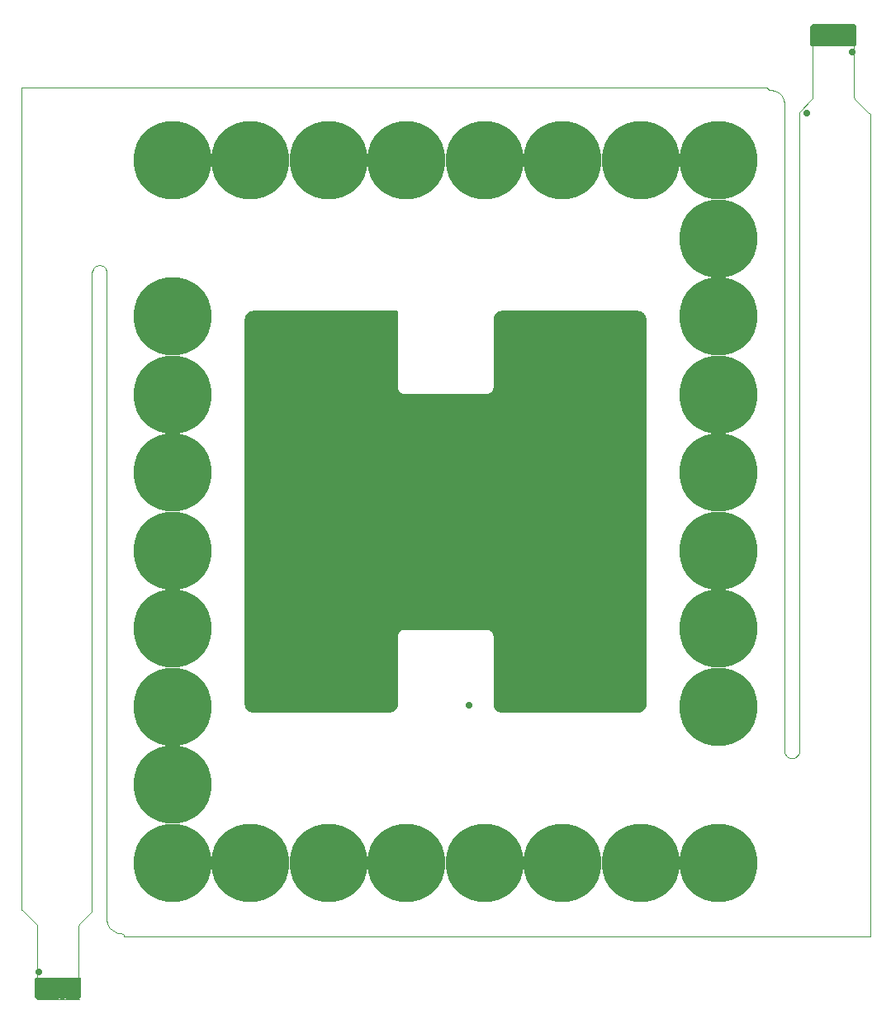
<source format=gbr>
%TF.GenerationSoftware,Altium Limited,Altium Designer,23.9.2 (47)*%
G04 Layer_Color=9597184*
%FSLAX45Y45*%
%MOMM*%
%TF.SameCoordinates,9F32D3C1-515D-4E76-A5FB-46C0C9FD6927*%
%TF.FilePolarity,Positive*%
%TF.FileFunction,Coverlay,Board_Layer_Stack_Bottom_Coverlay_(Board_Layer_Stack)*%
%TF.Part,Single*%
G01*
G75*
%TA.AperFunction,ComponentPad*%
%ADD67C,8.00000*%
%TA.AperFunction,ViaPad*%
%ADD68C,0.70000*%
%ADD69C,0.70320*%
%TA.AperFunction,Profile*%
%ADD70C,0.02540*%
G36*
X4191308Y4994936D02*
X4192594Y4994680D01*
X4193835Y4994259D01*
X4195011Y4993679D01*
X4196101Y4992951D01*
X4197086Y4992086D01*
X4207086Y4982086D01*
X4207951Y4981101D01*
X4208679Y4980011D01*
X4209259Y4978835D01*
X4209680Y4977594D01*
X4209936Y4976308D01*
X4210022Y4975000D01*
Y4785000D01*
X4209936Y4783692D01*
X4209680Y4782406D01*
X4209259Y4781165D01*
X4208679Y4779989D01*
X4207951Y4778900D01*
X4207086Y4777914D01*
X4206101Y4777050D01*
X4205011Y4776321D01*
X4203835Y4775742D01*
X4202594Y4775320D01*
X4201308Y4775065D01*
X4200000Y4774979D01*
X4170000D01*
X4168692Y4775065D01*
X4167406Y4775320D01*
X4166165Y4775742D01*
X4165000Y4776316D01*
X4163835Y4775742D01*
X4162594Y4775320D01*
X4161308Y4775065D01*
X4160000Y4774979D01*
X4150000D01*
X4148692Y4775065D01*
X4147406Y4775320D01*
X4146165Y4775742D01*
X4145000Y4776316D01*
X4143835Y4775742D01*
X4142594Y4775320D01*
X4141308Y4775065D01*
X4140000Y4774979D01*
X4110000D01*
X4108692Y4775065D01*
X4107407Y4775320D01*
X4106166Y4775742D01*
X4105000Y4776316D01*
X4103835Y4775742D01*
X4102594Y4775320D01*
X4101309Y4775065D01*
X4100000Y4774979D01*
X4090000D01*
X4088692Y4775065D01*
X4087407Y4775320D01*
X4086165Y4775742D01*
X4085000Y4776316D01*
X4083835Y4775742D01*
X4082594Y4775320D01*
X4081308Y4775065D01*
X4080000Y4774979D01*
X4050000D01*
X4048692Y4775065D01*
X4047407Y4775320D01*
X4046165Y4775742D01*
X4045000Y4776316D01*
X4043835Y4775742D01*
X4042594Y4775320D01*
X4041308Y4775065D01*
X4040000Y4774979D01*
X4030000D01*
X4028692Y4775065D01*
X4027406Y4775320D01*
X4026165Y4775742D01*
X4025000Y4776316D01*
X4023835Y4775742D01*
X4022594Y4775320D01*
X4021308Y4775065D01*
X4020000Y4774979D01*
X3990000D01*
X3988692Y4775065D01*
X3987407Y4775320D01*
X3986166Y4775742D01*
X3985000Y4776316D01*
X3983835Y4775742D01*
X3982594Y4775320D01*
X3981309Y4775065D01*
X3980000Y4774979D01*
X3970000D01*
X3968692Y4775065D01*
X3967407Y4775320D01*
X3966165Y4775742D01*
X3965000Y4776316D01*
X3963835Y4775742D01*
X3962594Y4775320D01*
X3961308Y4775065D01*
X3960000Y4774979D01*
X3930000D01*
X3928692Y4775065D01*
X3927407Y4775320D01*
X3926165Y4775742D01*
X3925000Y4776316D01*
X3923835Y4775742D01*
X3922594Y4775320D01*
X3921308Y4775065D01*
X3920000Y4774979D01*
X3910000D01*
X3908692Y4775065D01*
X3907406Y4775320D01*
X3906165Y4775742D01*
X3905000Y4776316D01*
X3903835Y4775742D01*
X3902594Y4775320D01*
X3901308Y4775065D01*
X3900000Y4774979D01*
X3870000D01*
X3868692Y4775065D01*
X3867407Y4775320D01*
X3866165Y4775742D01*
X3865000Y4776316D01*
X3863835Y4775742D01*
X3862594Y4775320D01*
X3861309Y4775065D01*
X3860000Y4774979D01*
X3850000D01*
X3848692Y4775065D01*
X3847407Y4775320D01*
X3846165Y4775742D01*
X3845000Y4776316D01*
X3843835Y4775742D01*
X3842594Y4775320D01*
X3841308Y4775065D01*
X3840000Y4774979D01*
X3810000D01*
X3808692Y4775065D01*
X3807407Y4775320D01*
X3806165Y4775742D01*
X3805000Y4776316D01*
X3803835Y4775742D01*
X3802594Y4775320D01*
X3801308Y4775065D01*
X3800000Y4774979D01*
X3790000D01*
X3788692Y4775065D01*
X3787406Y4775320D01*
X3786165Y4775742D01*
X3785000Y4776316D01*
X3783835Y4775742D01*
X3782594Y4775320D01*
X3781308Y4775065D01*
X3780000Y4774979D01*
X3750000D01*
X3748692Y4775065D01*
X3747407Y4775320D01*
X3746165Y4775742D01*
X3744989Y4776321D01*
X3743900Y4777050D01*
X3742914Y4777914D01*
X3742050Y4778900D01*
X3741321Y4779989D01*
X3740742Y4781165D01*
X3740320Y4782406D01*
X3740065Y4783692D01*
X3739979Y4785000D01*
Y4975000D01*
X3740065Y4976308D01*
X3740320Y4977594D01*
X3740742Y4978835D01*
X3741321Y4980011D01*
X3742050Y4981101D01*
X3742914Y4982086D01*
X3752912Y4992084D01*
X3752914Y4992086D01*
X3753900Y4992951D01*
X3754989Y4993679D01*
X3756165Y4994259D01*
X3757407Y4994680D01*
X3758692Y4994936D01*
X3760000Y4995022D01*
X3770000D01*
X3771308Y4994936D01*
X3772594Y4994680D01*
X3773835Y4994259D01*
X3775011Y4993679D01*
X3776101Y4992951D01*
X3777086Y4992086D01*
X3780639Y4988533D01*
X3780741Y4988835D01*
X3781321Y4990011D01*
X3782050Y4991101D01*
X3782914Y4992086D01*
X3783899Y4992951D01*
X3784989Y4993679D01*
X3786165Y4994259D01*
X3787406Y4994680D01*
X3788692Y4994936D01*
X3790000Y4995022D01*
X3800000D01*
X3801308Y4994936D01*
X3802594Y4994680D01*
X3803835Y4994259D01*
X3805011Y4993679D01*
X3806101Y4992951D01*
X3807086Y4992086D01*
X3807951Y4991101D01*
X3808679Y4990011D01*
X3809259Y4988835D01*
X3809361Y4988533D01*
X3812914Y4992086D01*
X3813900Y4992951D01*
X3814990Y4993679D01*
X3816165Y4994259D01*
X3817407Y4994680D01*
X3818692Y4994936D01*
X3820000Y4995022D01*
X3830000D01*
X3831308Y4994936D01*
X3832594Y4994680D01*
X3833835Y4994259D01*
X3835011Y4993679D01*
X3836101Y4992951D01*
X3837086Y4992086D01*
X3840639Y4988533D01*
X3840742Y4988835D01*
X3841322Y4990011D01*
X3842050Y4991101D01*
X3842914Y4992086D01*
X3843900Y4992951D01*
X3844990Y4993679D01*
X3846165Y4994259D01*
X3847407Y4994680D01*
X3848692Y4994936D01*
X3850000Y4995022D01*
X3860000D01*
X3861309Y4994936D01*
X3862594Y4994680D01*
X3863835Y4994259D01*
X3865011Y4993679D01*
X3866101Y4992951D01*
X3867086Y4992086D01*
X3867951Y4991101D01*
X3868679Y4990011D01*
X3869259Y4988835D01*
X3869361Y4988533D01*
X3872914Y4992086D01*
X3873900Y4992951D01*
X3874990Y4993679D01*
X3876165Y4994259D01*
X3877407Y4994680D01*
X3878692Y4994936D01*
X3880000Y4995022D01*
X3890000D01*
X3891308Y4994936D01*
X3892594Y4994680D01*
X3893835Y4994259D01*
X3895011Y4993679D01*
X3896101Y4992951D01*
X3897086Y4992086D01*
X3900639Y4988534D01*
X3900741Y4988835D01*
X3901321Y4990011D01*
X3902050Y4991101D01*
X3902914Y4992086D01*
X3903899Y4992951D01*
X3904989Y4993679D01*
X3906165Y4994259D01*
X3907406Y4994680D01*
X3908692Y4994936D01*
X3910000Y4995022D01*
X3920000D01*
X3921308Y4994936D01*
X3922594Y4994680D01*
X3923835Y4994259D01*
X3925011Y4993679D01*
X3926101Y4992951D01*
X3927086Y4992086D01*
X3927951Y4991101D01*
X3928679Y4990011D01*
X3929259Y4988835D01*
X3929361Y4988533D01*
X3932914Y4992086D01*
X3933900Y4992951D01*
X3934990Y4993679D01*
X3936165Y4994259D01*
X3937407Y4994680D01*
X3938692Y4994936D01*
X3940000Y4995022D01*
X3950000D01*
X3951308Y4994936D01*
X3952594Y4994680D01*
X3953835Y4994259D01*
X3955011Y4993679D01*
X3956101Y4992951D01*
X3957086Y4992086D01*
X3960639Y4988533D01*
X3960742Y4988835D01*
X3961322Y4990011D01*
X3962050Y4991101D01*
X3962914Y4992086D01*
X3963900Y4992951D01*
X3964990Y4993679D01*
X3966165Y4994259D01*
X3967407Y4994680D01*
X3968692Y4994936D01*
X3970000Y4995022D01*
X3980000D01*
X3981309Y4994936D01*
X3982594Y4994680D01*
X3983835Y4994259D01*
X3985011Y4993679D01*
X3986101Y4992951D01*
X3987087Y4992086D01*
X3987951Y4991101D01*
X3988679Y4990011D01*
X3989259Y4988835D01*
X3989361Y4988533D01*
X3992914Y4992086D01*
X3993900Y4992951D01*
X3994990Y4993679D01*
X3996165Y4994259D01*
X3997407Y4994680D01*
X3998692Y4994936D01*
X4000000Y4995022D01*
X4010000D01*
X4011308Y4994936D01*
X4012594Y4994680D01*
X4013836Y4994259D01*
X4015011Y4993679D01*
X4016101Y4992951D01*
X4017086Y4992086D01*
X4020639Y4988534D01*
X4020742Y4988835D01*
X4021321Y4990011D01*
X4022050Y4991101D01*
X4022914Y4992086D01*
X4023899Y4992951D01*
X4024989Y4993679D01*
X4026165Y4994259D01*
X4027406Y4994680D01*
X4028692Y4994936D01*
X4030000Y4995022D01*
X4040000D01*
X4041308Y4994936D01*
X4042594Y4994680D01*
X4043835Y4994259D01*
X4045011Y4993679D01*
X4046101Y4992951D01*
X4047086Y4992086D01*
X4047951Y4991101D01*
X4048679Y4990011D01*
X4049259Y4988835D01*
X4049361Y4988533D01*
X4052914Y4992086D01*
X4053900Y4992951D01*
X4054990Y4993679D01*
X4056165Y4994259D01*
X4057407Y4994680D01*
X4058692Y4994936D01*
X4060000Y4995022D01*
X4070000D01*
X4071308Y4994936D01*
X4072594Y4994680D01*
X4073835Y4994259D01*
X4075011Y4993679D01*
X4076101Y4992951D01*
X4077086Y4992086D01*
X4080639Y4988533D01*
X4080742Y4988835D01*
X4081322Y4990011D01*
X4082050Y4991101D01*
X4082914Y4992086D01*
X4083900Y4992951D01*
X4084990Y4993679D01*
X4086165Y4994259D01*
X4087407Y4994680D01*
X4088692Y4994936D01*
X4090000Y4995022D01*
X4100000D01*
X4101309Y4994936D01*
X4102594Y4994680D01*
X4103835Y4994259D01*
X4105011Y4993679D01*
X4106101Y4992951D01*
X4107087Y4992086D01*
X4107951Y4991101D01*
X4108679Y4990011D01*
X4109259Y4988835D01*
X4109361Y4988533D01*
X4112914Y4992086D01*
X4113900Y4992951D01*
X4114990Y4993679D01*
X4116165Y4994259D01*
X4117407Y4994680D01*
X4118692Y4994936D01*
X4120000Y4995022D01*
X4130000D01*
X4131308Y4994936D01*
X4132594Y4994680D01*
X4133836Y4994259D01*
X4135011Y4993679D01*
X4136101Y4992951D01*
X4137086Y4992086D01*
X4140639Y4988534D01*
X4140742Y4988835D01*
X4141321Y4990011D01*
X4142050Y4991101D01*
X4142914Y4992086D01*
X4143900Y4992951D01*
X4144989Y4993679D01*
X4146165Y4994259D01*
X4147406Y4994680D01*
X4148692Y4994936D01*
X4150000Y4995022D01*
X4160000D01*
X4161308Y4994936D01*
X4162594Y4994680D01*
X4163835Y4994259D01*
X4165011Y4993679D01*
X4166101Y4992951D01*
X4167086Y4992086D01*
X4167951Y4991101D01*
X4168679Y4990011D01*
X4169259Y4988835D01*
X4169361Y4988533D01*
X4172914Y4992086D01*
X4173900Y4992951D01*
X4174989Y4993679D01*
X4176165Y4994259D01*
X4177407Y4994680D01*
X4178692Y4994936D01*
X4180000Y4995022D01*
X4190000D01*
X4191308Y4994936D01*
D02*
G37*
G36*
X1977729Y2059935D02*
X1987962Y2058588D01*
X1988474Y2058486D01*
X1989248Y2058332D01*
X1999218Y2055661D01*
X1999830Y2055453D01*
X2000460Y2055240D01*
X2009995Y2051290D01*
X2011171Y2050710D01*
X2020110Y2045549D01*
X2020838Y2045062D01*
X2021200Y2044821D01*
X2029389Y2038537D01*
X2030374Y2037673D01*
X2037673Y2030374D01*
X2038537Y2029389D01*
X2044821Y2021200D01*
X2045549Y2020110D01*
X2050710Y2011171D01*
X2051290Y2009995D01*
X2055240Y2000460D01*
X2055383Y2000038D01*
X2055661Y1999218D01*
X2058332Y1989248D01*
X2058503Y1988389D01*
X2058588Y1987962D01*
X2059935Y1977729D01*
X2060021Y1976421D01*
Y1971260D01*
Y-1971260D01*
Y-1976421D01*
D01*
Y-1976421D01*
X2059935Y-1977729D01*
X2058588Y-1987962D01*
X2058486Y-1988474D01*
X2058332Y-1989248D01*
X2055661Y-1999218D01*
X2055453Y-1999830D01*
X2055240Y-2000460D01*
X2051290Y-2009995D01*
X2050710Y-2011171D01*
X2045549Y-2020110D01*
X2045062Y-2020838D01*
X2044821Y-2021200D01*
X2038537Y-2029389D01*
X2037673Y-2030374D01*
X2030374Y-2037673D01*
X2029389Y-2038537D01*
X2021200Y-2044821D01*
X2020110Y-2045549D01*
X2011171Y-2050710D01*
X2009995Y-2051290D01*
X2000460Y-2055240D01*
X2000038Y-2055383D01*
X1999218Y-2055661D01*
X1989248Y-2058332D01*
X1988389Y-2058503D01*
X1987962Y-2058588D01*
X1977729Y-2059935D01*
X1976421Y-2060021D01*
X573579D01*
D01*
X573579D01*
X572271Y-2059935D01*
X562037Y-2058588D01*
X561526Y-2058486D01*
X560752Y-2058332D01*
X550782Y-2055661D01*
X550170Y-2055453D01*
X549540Y-2055240D01*
X540005Y-2051290D01*
X538829Y-2050710D01*
X529889Y-2045549D01*
X529161Y-2045062D01*
X528800Y-2044821D01*
X520611Y-2038537D01*
X519626Y-2037673D01*
X512327Y-2030374D01*
X511463Y-2029389D01*
X505179Y-2021200D01*
X504451Y-2020110D01*
X499290Y-2011171D01*
X498710Y-2009995D01*
X494760Y-2000460D01*
X494617Y-2000038D01*
X494339Y-1999218D01*
X491667Y-1989248D01*
X491454Y-1988175D01*
X491412Y-1987962D01*
X490064Y-1977729D01*
X489984Y-1976506D01*
X489979Y-1976421D01*
Y-1971260D01*
Y-1278905D01*
X489831Y-1274409D01*
X488637Y-1265339D01*
X486311Y-1256658D01*
X482872Y-1248355D01*
X478380Y-1240574D01*
X472909Y-1233444D01*
X466556Y-1227091D01*
X459427Y-1221621D01*
X451645Y-1217128D01*
X443342Y-1213688D01*
X434660Y-1211362D01*
X425591Y-1210168D01*
X421095Y-1210021D01*
X-421095D01*
X-425591Y-1210168D01*
X-434661Y-1211362D01*
X-443342Y-1213688D01*
X-451644Y-1217127D01*
X-459426Y-1221620D01*
X-466556Y-1227091D01*
X-472909Y-1233444D01*
X-478379Y-1240573D01*
X-482872Y-1248355D01*
X-486311Y-1256658D01*
X-488637Y-1265339D01*
X-489831Y-1274409D01*
X-489979Y-1278905D01*
Y-1971260D01*
Y-1976421D01*
X-490065Y-1977729D01*
X-491412Y-1987962D01*
X-491463Y-1988218D01*
X-491667Y-1989248D01*
X-494339Y-1999218D01*
X-494547Y-1999830D01*
X-494760Y-2000460D01*
X-498710Y-2009995D01*
X-499290Y-2011171D01*
X-504451Y-2020110D01*
X-504938Y-2020838D01*
X-505179Y-2021200D01*
X-511463Y-2029389D01*
X-512327Y-2030374D01*
X-519626Y-2037673D01*
X-520611Y-2038537D01*
X-528800Y-2044821D01*
X-529890Y-2045549D01*
X-538829Y-2050710D01*
X-540004Y-2051290D01*
X-549540Y-2055240D01*
X-549962Y-2055383D01*
X-550782Y-2055661D01*
X-560752Y-2058332D01*
X-561611Y-2058503D01*
X-562037Y-2058588D01*
X-572271Y-2059935D01*
X-573579Y-2060021D01*
X-1976421D01*
D01*
X-1976421D01*
X-1977729Y-2059935D01*
X-1987962Y-2058588D01*
X-1988474Y-2058486D01*
X-1989248Y-2058332D01*
X-1999218Y-2055661D01*
X-1999830Y-2055453D01*
X-2000460Y-2055240D01*
X-2009995Y-2051290D01*
X-2011171Y-2050710D01*
X-2020110Y-2045549D01*
X-2020838Y-2045062D01*
X-2021200Y-2044821D01*
X-2029389Y-2038537D01*
X-2030374Y-2037673D01*
X-2037673Y-2030374D01*
X-2038537Y-2029389D01*
X-2044821Y-2021200D01*
X-2045549Y-2020110D01*
X-2050710Y-2011171D01*
X-2051290Y-2009995D01*
X-2055240Y-2000460D01*
X-2055383Y-2000038D01*
X-2055661Y-1999218D01*
X-2058332Y-1989248D01*
X-2058503Y-1988389D01*
X-2058588Y-1987962D01*
X-2059935Y-1977729D01*
X-2060021Y-1976421D01*
Y-1971260D01*
Y1971260D01*
Y1976421D01*
D01*
Y1976421D01*
X-2059935Y1977729D01*
X-2058588Y1987962D01*
X-2058486Y1988474D01*
X-2058332Y1989248D01*
X-2055661Y1999218D01*
X-2055453Y1999830D01*
X-2055240Y2000460D01*
X-2051290Y2009995D01*
X-2050710Y2011171D01*
X-2045549Y2020110D01*
X-2045062Y2020838D01*
X-2044821Y2021200D01*
X-2038537Y2029389D01*
X-2037673Y2030374D01*
X-2030374Y2037673D01*
X-2029389Y2038537D01*
X-2021200Y2044821D01*
X-2020110Y2045549D01*
X-2011171Y2050710D01*
X-2009995Y2051290D01*
X-2000460Y2055240D01*
X-2000038Y2055383D01*
X-1999218Y2055661D01*
X-1989248Y2058332D01*
X-1988389Y2058503D01*
X-1987962Y2058588D01*
X-1977729Y2059935D01*
X-1976421Y2060021D01*
X-500000D01*
X-498692Y2059935D01*
X-497406Y2059680D01*
X-496165Y2059259D01*
X-494989Y2058679D01*
X-493899Y2057950D01*
X-492914Y2057086D01*
X-492050Y2056101D01*
X-491321Y2055011D01*
X-490741Y2053835D01*
X-490320Y2052594D01*
X-490065Y2051308D01*
X-489979Y2050000D01*
Y1278905D01*
X-489831Y1274409D01*
X-488637Y1265339D01*
X-486311Y1256658D01*
X-482872Y1248355D01*
X-478380Y1240574D01*
X-472909Y1233444D01*
X-466556Y1227091D01*
X-459427Y1221621D01*
X-451645Y1217128D01*
X-443342Y1213688D01*
X-434660Y1211362D01*
X-425591Y1210168D01*
X-421095Y1210021D01*
X421095D01*
X425591Y1210168D01*
X434661Y1211362D01*
X443342Y1213688D01*
X451644Y1217127D01*
X459426Y1221620D01*
X466556Y1227091D01*
X472909Y1233444D01*
X478379Y1240573D01*
X482872Y1248355D01*
X486311Y1256658D01*
X488637Y1265339D01*
X489831Y1274409D01*
X489979Y1278905D01*
Y1971260D01*
Y1976421D01*
X490065Y1977729D01*
X491412Y1987962D01*
X491463Y1988218D01*
X491667Y1989248D01*
X494339Y1999218D01*
X494547Y1999830D01*
X494760Y2000460D01*
X498710Y2009995D01*
X499290Y2011171D01*
X504451Y2020110D01*
X504938Y2020838D01*
X505179Y2021200D01*
X511463Y2029389D01*
X512327Y2030374D01*
X519626Y2037673D01*
X520611Y2038537D01*
X528800Y2044821D01*
X529890Y2045549D01*
X538829Y2050710D01*
X540004Y2051290D01*
X549540Y2055240D01*
X549962Y2055383D01*
X550782Y2055661D01*
X560752Y2058332D01*
X561611Y2058503D01*
X562037Y2058588D01*
X572271Y2059935D01*
X573579Y2060021D01*
X1976421D01*
D01*
X1976421D01*
X1977729Y2059935D01*
D02*
G37*
G36*
X-3748692Y-4775065D02*
X-3747407Y-4775320D01*
X-3746165Y-4775742D01*
X-3744989Y-4776321D01*
X-3743900Y-4777050D01*
X-3742914Y-4777914D01*
X-3742050Y-4778900D01*
X-3741321Y-4779989D01*
X-3740742Y-4781165D01*
X-3740320Y-4782406D01*
X-3740065Y-4783692D01*
X-3739979Y-4785000D01*
Y-4975000D01*
X-3740065Y-4976308D01*
X-3740320Y-4977594D01*
X-3740742Y-4978835D01*
X-3741321Y-4980011D01*
X-3742050Y-4981101D01*
X-3742914Y-4982086D01*
X-3752912Y-4992084D01*
X-3752914Y-4992086D01*
X-3753900Y-4992951D01*
X-3754989Y-4993679D01*
X-3756165Y-4994259D01*
X-3757407Y-4994680D01*
X-3758692Y-4994936D01*
X-3760000Y-4995022D01*
X-3770000D01*
X-3771308Y-4994936D01*
X-3772594Y-4994680D01*
X-3773835Y-4994259D01*
X-3775011Y-4993679D01*
X-3776101Y-4992951D01*
X-3777086Y-4992086D01*
X-3780639Y-4988533D01*
X-3780741Y-4988835D01*
X-3781321Y-4990011D01*
X-3782050Y-4991101D01*
X-3782914Y-4992086D01*
X-3783899Y-4992951D01*
X-3784989Y-4993679D01*
X-3786165Y-4994259D01*
X-3787406Y-4994680D01*
X-3788692Y-4994936D01*
X-3790000Y-4995022D01*
X-3800000D01*
X-3801308Y-4994936D01*
X-3802594Y-4994680D01*
X-3803835Y-4994259D01*
X-3805011Y-4993679D01*
X-3806101Y-4992951D01*
X-3807086Y-4992086D01*
X-3807951Y-4991101D01*
X-3808679Y-4990011D01*
X-3809259Y-4988835D01*
X-3809361Y-4988533D01*
X-3812914Y-4992086D01*
X-3813900Y-4992951D01*
X-3814990Y-4993679D01*
X-3816165Y-4994259D01*
X-3817407Y-4994680D01*
X-3818692Y-4994936D01*
X-3820000Y-4995022D01*
X-3830000D01*
X-3831308Y-4994936D01*
X-3832594Y-4994680D01*
X-3833835Y-4994259D01*
X-3835011Y-4993679D01*
X-3836101Y-4992951D01*
X-3837086Y-4992086D01*
X-3840639Y-4988533D01*
X-3840742Y-4988835D01*
X-3841322Y-4990011D01*
X-3842050Y-4991101D01*
X-3842914Y-4992086D01*
X-3843900Y-4992951D01*
X-3844990Y-4993679D01*
X-3846165Y-4994259D01*
X-3847407Y-4994680D01*
X-3848692Y-4994936D01*
X-3850000Y-4995022D01*
X-3860000D01*
X-3861309Y-4994936D01*
X-3862594Y-4994680D01*
X-3863835Y-4994259D01*
X-3865011Y-4993679D01*
X-3866101Y-4992951D01*
X-3867086Y-4992086D01*
X-3867951Y-4991101D01*
X-3868679Y-4990011D01*
X-3869259Y-4988835D01*
X-3869361Y-4988533D01*
X-3872914Y-4992086D01*
X-3873900Y-4992951D01*
X-3874990Y-4993679D01*
X-3876165Y-4994259D01*
X-3877407Y-4994680D01*
X-3878692Y-4994936D01*
X-3880000Y-4995022D01*
X-3890000D01*
X-3891308Y-4994936D01*
X-3892594Y-4994680D01*
X-3893835Y-4994259D01*
X-3895011Y-4993679D01*
X-3896101Y-4992951D01*
X-3897086Y-4992086D01*
X-3900639Y-4988534D01*
X-3900741Y-4988835D01*
X-3901321Y-4990011D01*
X-3902050Y-4991101D01*
X-3902914Y-4992086D01*
X-3903899Y-4992951D01*
X-3904989Y-4993679D01*
X-3906165Y-4994259D01*
X-3907406Y-4994680D01*
X-3908692Y-4994936D01*
X-3910000Y-4995022D01*
X-3920000D01*
X-3921308Y-4994936D01*
X-3922594Y-4994680D01*
X-3923835Y-4994259D01*
X-3925011Y-4993679D01*
X-3926101Y-4992951D01*
X-3927086Y-4992086D01*
X-3927951Y-4991101D01*
X-3928679Y-4990011D01*
X-3929259Y-4988835D01*
X-3929361Y-4988533D01*
X-3932914Y-4992086D01*
X-3933900Y-4992951D01*
X-3934990Y-4993679D01*
X-3936165Y-4994259D01*
X-3937407Y-4994680D01*
X-3938692Y-4994936D01*
X-3940000Y-4995022D01*
X-3950000D01*
X-3951308Y-4994936D01*
X-3952594Y-4994680D01*
X-3953835Y-4994259D01*
X-3955011Y-4993679D01*
X-3956101Y-4992951D01*
X-3957086Y-4992086D01*
X-3960639Y-4988533D01*
X-3960742Y-4988835D01*
X-3961322Y-4990011D01*
X-3962050Y-4991101D01*
X-3962914Y-4992086D01*
X-3963900Y-4992951D01*
X-3964990Y-4993679D01*
X-3966165Y-4994259D01*
X-3967407Y-4994680D01*
X-3968692Y-4994936D01*
X-3970000Y-4995022D01*
X-3980000D01*
X-3981309Y-4994936D01*
X-3982594Y-4994680D01*
X-3983835Y-4994259D01*
X-3985011Y-4993679D01*
X-3986101Y-4992951D01*
X-3987087Y-4992086D01*
X-3987951Y-4991101D01*
X-3988679Y-4990011D01*
X-3989259Y-4988835D01*
X-3989361Y-4988533D01*
X-3992914Y-4992086D01*
X-3993900Y-4992951D01*
X-3994990Y-4993679D01*
X-3996165Y-4994259D01*
X-3997407Y-4994680D01*
X-3998692Y-4994936D01*
X-4000000Y-4995022D01*
X-4010000D01*
X-4011308Y-4994936D01*
X-4012594Y-4994680D01*
X-4013836Y-4994259D01*
X-4015011Y-4993679D01*
X-4016101Y-4992951D01*
X-4017086Y-4992086D01*
X-4020639Y-4988534D01*
X-4020742Y-4988835D01*
X-4021321Y-4990011D01*
X-4022050Y-4991101D01*
X-4022914Y-4992086D01*
X-4023899Y-4992951D01*
X-4024989Y-4993679D01*
X-4026165Y-4994259D01*
X-4027406Y-4994680D01*
X-4028692Y-4994936D01*
X-4030000Y-4995022D01*
X-4040000D01*
X-4041308Y-4994936D01*
X-4042594Y-4994680D01*
X-4043835Y-4994259D01*
X-4045011Y-4993679D01*
X-4046101Y-4992951D01*
X-4047086Y-4992086D01*
X-4047951Y-4991101D01*
X-4048679Y-4990011D01*
X-4049259Y-4988835D01*
X-4049361Y-4988533D01*
X-4052914Y-4992086D01*
X-4053900Y-4992951D01*
X-4054990Y-4993679D01*
X-4056165Y-4994259D01*
X-4057407Y-4994680D01*
X-4058692Y-4994936D01*
X-4060000Y-4995022D01*
X-4070000D01*
X-4071308Y-4994936D01*
X-4072594Y-4994680D01*
X-4073835Y-4994259D01*
X-4075011Y-4993679D01*
X-4076101Y-4992951D01*
X-4077086Y-4992086D01*
X-4080639Y-4988533D01*
X-4080742Y-4988835D01*
X-4081322Y-4990011D01*
X-4082050Y-4991101D01*
X-4082914Y-4992086D01*
X-4083900Y-4992951D01*
X-4084990Y-4993679D01*
X-4086165Y-4994259D01*
X-4087407Y-4994680D01*
X-4088692Y-4994936D01*
X-4090000Y-4995022D01*
X-4100000D01*
X-4101309Y-4994936D01*
X-4102594Y-4994680D01*
X-4103835Y-4994259D01*
X-4105011Y-4993679D01*
X-4106101Y-4992951D01*
X-4107087Y-4992086D01*
X-4107951Y-4991101D01*
X-4108679Y-4990011D01*
X-4109259Y-4988835D01*
X-4109361Y-4988533D01*
X-4112914Y-4992086D01*
X-4113900Y-4992951D01*
X-4114990Y-4993679D01*
X-4116165Y-4994259D01*
X-4117407Y-4994680D01*
X-4118692Y-4994936D01*
X-4120000Y-4995022D01*
X-4130000D01*
X-4131308Y-4994936D01*
X-4132594Y-4994680D01*
X-4133836Y-4994259D01*
X-4135011Y-4993679D01*
X-4136101Y-4992951D01*
X-4137086Y-4992086D01*
X-4140639Y-4988534D01*
X-4140742Y-4988835D01*
X-4141321Y-4990011D01*
X-4142050Y-4991101D01*
X-4142914Y-4992086D01*
X-4143900Y-4992951D01*
X-4144989Y-4993679D01*
X-4146165Y-4994259D01*
X-4147406Y-4994680D01*
X-4148692Y-4994936D01*
X-4150000Y-4995022D01*
X-4160000D01*
X-4161308Y-4994936D01*
X-4162594Y-4994680D01*
X-4163835Y-4994259D01*
X-4165011Y-4993679D01*
X-4166101Y-4992951D01*
X-4167086Y-4992086D01*
X-4167951Y-4991101D01*
X-4168679Y-4990011D01*
X-4169259Y-4988835D01*
X-4169361Y-4988533D01*
X-4172914Y-4992086D01*
X-4173900Y-4992951D01*
X-4174989Y-4993679D01*
X-4176165Y-4994259D01*
X-4177407Y-4994680D01*
X-4178692Y-4994936D01*
X-4180000Y-4995022D01*
X-4190000D01*
X-4191308Y-4994936D01*
X-4192594Y-4994680D01*
X-4193835Y-4994259D01*
X-4195011Y-4993679D01*
X-4196101Y-4992951D01*
X-4197086Y-4992086D01*
X-4207086Y-4982086D01*
X-4207951Y-4981101D01*
X-4208679Y-4980011D01*
X-4209259Y-4978835D01*
X-4209680Y-4977594D01*
X-4209936Y-4976308D01*
X-4210022Y-4975000D01*
Y-4785000D01*
X-4209936Y-4783692D01*
X-4209680Y-4782406D01*
X-4209259Y-4781165D01*
X-4208679Y-4779989D01*
X-4207951Y-4778900D01*
X-4207086Y-4777914D01*
X-4206101Y-4777050D01*
X-4205011Y-4776321D01*
X-4203835Y-4775742D01*
X-4202594Y-4775320D01*
X-4201308Y-4775065D01*
X-4200000Y-4774979D01*
X-4170000D01*
X-4168692Y-4775065D01*
X-4167406Y-4775320D01*
X-4166165Y-4775742D01*
X-4165000Y-4776316D01*
X-4163835Y-4775742D01*
X-4162594Y-4775320D01*
X-4161308Y-4775065D01*
X-4160000Y-4774979D01*
X-4150000D01*
X-4148692Y-4775065D01*
X-4147406Y-4775320D01*
X-4146165Y-4775742D01*
X-4145000Y-4776316D01*
X-4143835Y-4775742D01*
X-4142594Y-4775320D01*
X-4141308Y-4775065D01*
X-4140000Y-4774979D01*
X-4110000D01*
X-4108692Y-4775065D01*
X-4107407Y-4775320D01*
X-4106166Y-4775742D01*
X-4105000Y-4776316D01*
X-4103835Y-4775742D01*
X-4102594Y-4775320D01*
X-4101309Y-4775065D01*
X-4100000Y-4774979D01*
X-4090000D01*
X-4088692Y-4775065D01*
X-4087407Y-4775320D01*
X-4086165Y-4775742D01*
X-4085000Y-4776316D01*
X-4083835Y-4775742D01*
X-4082594Y-4775320D01*
X-4081308Y-4775065D01*
X-4080000Y-4774979D01*
X-4050000D01*
X-4048692Y-4775065D01*
X-4047407Y-4775320D01*
X-4046165Y-4775742D01*
X-4045000Y-4776316D01*
X-4043835Y-4775742D01*
X-4042594Y-4775320D01*
X-4041308Y-4775065D01*
X-4040000Y-4774979D01*
X-4030000D01*
X-4028692Y-4775065D01*
X-4027406Y-4775320D01*
X-4026165Y-4775742D01*
X-4025000Y-4776316D01*
X-4023835Y-4775742D01*
X-4022594Y-4775320D01*
X-4021308Y-4775065D01*
X-4020000Y-4774979D01*
X-3990000D01*
X-3988692Y-4775065D01*
X-3987407Y-4775320D01*
X-3986166Y-4775742D01*
X-3985000Y-4776316D01*
X-3983835Y-4775742D01*
X-3982594Y-4775320D01*
X-3981309Y-4775065D01*
X-3980000Y-4774979D01*
X-3970000D01*
X-3968692Y-4775065D01*
X-3967407Y-4775320D01*
X-3966165Y-4775742D01*
X-3965000Y-4776316D01*
X-3963835Y-4775742D01*
X-3962594Y-4775320D01*
X-3961308Y-4775065D01*
X-3960000Y-4774979D01*
X-3930000D01*
X-3928692Y-4775065D01*
X-3927407Y-4775320D01*
X-3926165Y-4775742D01*
X-3925000Y-4776316D01*
X-3923835Y-4775742D01*
X-3922594Y-4775320D01*
X-3921308Y-4775065D01*
X-3920000Y-4774979D01*
X-3910000D01*
X-3908692Y-4775065D01*
X-3907406Y-4775320D01*
X-3906165Y-4775742D01*
X-3905000Y-4776316D01*
X-3903835Y-4775742D01*
X-3902594Y-4775320D01*
X-3901308Y-4775065D01*
X-3900000Y-4774979D01*
X-3870000D01*
X-3868692Y-4775065D01*
X-3867407Y-4775320D01*
X-3866165Y-4775742D01*
X-3865000Y-4776316D01*
X-3863835Y-4775742D01*
X-3862594Y-4775320D01*
X-3861309Y-4775065D01*
X-3860000Y-4774979D01*
X-3850000D01*
X-3848692Y-4775065D01*
X-3847407Y-4775320D01*
X-3846165Y-4775742D01*
X-3845000Y-4776316D01*
X-3843835Y-4775742D01*
X-3842594Y-4775320D01*
X-3841308Y-4775065D01*
X-3840000Y-4774979D01*
X-3810000D01*
X-3808692Y-4775065D01*
X-3807407Y-4775320D01*
X-3806165Y-4775742D01*
X-3805000Y-4776316D01*
X-3803835Y-4775742D01*
X-3802594Y-4775320D01*
X-3801308Y-4775065D01*
X-3800000Y-4774979D01*
X-3790000D01*
X-3788692Y-4775065D01*
X-3787406Y-4775320D01*
X-3786165Y-4775742D01*
X-3785000Y-4776316D01*
X-3783835Y-4775742D01*
X-3782594Y-4775320D01*
X-3781308Y-4775065D01*
X-3780000Y-4774979D01*
X-3750000D01*
X-3748692Y-4775065D01*
D02*
G37*
D67*
X-2800000Y2000000D02*
D03*
X2800000Y-2000000D02*
D03*
Y-3600000D02*
D03*
X400000D02*
D03*
X-400000D02*
D03*
X-2000000D02*
D03*
X-1200000D02*
D03*
X2000000D02*
D03*
X1200000D02*
D03*
X2800000Y3600000D02*
D03*
X400000D02*
D03*
X-400000D02*
D03*
X-2000000D02*
D03*
X-1200000D02*
D03*
X2000000D02*
D03*
X1200000D02*
D03*
X-2800000D02*
D03*
X2800000Y2800000D02*
D03*
Y400000D02*
D03*
Y-400000D02*
D03*
Y-1200000D02*
D03*
Y2000000D02*
D03*
Y1200000D02*
D03*
X-2800000Y-3599999D02*
D03*
Y-2799999D02*
D03*
Y-2000000D02*
D03*
Y-1200000D02*
D03*
Y-400000D02*
D03*
Y400000D02*
D03*
Y1200000D02*
D03*
D68*
X240000Y-1980000D02*
D03*
X-4170011Y-4720709D02*
D03*
X4167552Y4717044D02*
D03*
X3702500Y4090000D02*
D03*
D69*
X-1840000Y-1840000D02*
D03*
Y-1760000D02*
D03*
X-1780000Y-1800000D02*
D03*
X-1840000Y-1680000D02*
D03*
X-1780000Y-1720000D02*
D03*
Y-1640000D02*
D03*
X-1840000Y-1600000D02*
D03*
Y-1520000D02*
D03*
X-1780000Y-1560000D02*
D03*
X-1840000Y-1440000D02*
D03*
X-1780000Y-1480000D02*
D03*
Y-1400000D02*
D03*
X-1840000Y-1360000D02*
D03*
Y-1280000D02*
D03*
X-1780000Y-1320000D02*
D03*
X-1840000Y-1200000D02*
D03*
X-1780000Y-1240000D02*
D03*
Y-1160000D02*
D03*
X-1840000Y-1120000D02*
D03*
Y-1040000D02*
D03*
X-1780000Y-1080000D02*
D03*
X-1840000Y-960000D02*
D03*
X-1780000Y-1000001D02*
D03*
Y-920000D02*
D03*
X-1840000Y-880000D02*
D03*
Y-800000D02*
D03*
X-1780000Y-840000D02*
D03*
X-1840000Y-720000D02*
D03*
X-1780000Y-760000D02*
D03*
Y-680000D02*
D03*
X-1840000Y-640000D02*
D03*
Y-560000D02*
D03*
X-1780000Y-600000D02*
D03*
X-1840000Y-480000D02*
D03*
X-1780000Y-520000D02*
D03*
Y-440000D02*
D03*
X-1840000Y-400000D02*
D03*
Y-320000D02*
D03*
X-1780000Y-360000D02*
D03*
X-1840000Y-240000D02*
D03*
X-1780000Y-280000D02*
D03*
Y-200000D02*
D03*
X-1840000Y-160000D02*
D03*
Y-80001D02*
D03*
X-1780000Y-120001D02*
D03*
X-1840000Y-1D02*
D03*
X-1780000Y-40001D02*
D03*
Y39999D02*
D03*
X-1840000Y80000D02*
D03*
Y160000D02*
D03*
X-1780000Y120000D02*
D03*
X-1840000Y240000D02*
D03*
X-1780000Y200000D02*
D03*
Y280000D02*
D03*
X-1840000Y320000D02*
D03*
Y400000D02*
D03*
X-1780000Y360000D02*
D03*
X-1840000Y480000D02*
D03*
X-1780000Y440000D02*
D03*
Y520000D02*
D03*
X-1840000Y560000D02*
D03*
Y640000D02*
D03*
X-1780000Y600000D02*
D03*
X-1840000Y720000D02*
D03*
X-1780000Y680000D02*
D03*
Y760000D02*
D03*
X-1840000Y800000D02*
D03*
Y880000D02*
D03*
X-1780000Y840000D02*
D03*
X-1840000Y960000D02*
D03*
X-1780000Y919999D02*
D03*
Y1000000D02*
D03*
X-1840000Y1040000D02*
D03*
Y1120000D02*
D03*
X-1780000Y1080000D02*
D03*
X-1840000Y1200000D02*
D03*
X-1780000Y1160000D02*
D03*
Y1240000D02*
D03*
X-1840000Y1280000D02*
D03*
Y1360000D02*
D03*
X-1780000Y1320000D02*
D03*
X-1840000Y1440000D02*
D03*
X-1780000Y1399999D02*
D03*
Y1480000D02*
D03*
X-1840000Y1520000D02*
D03*
Y1600000D02*
D03*
X-1780000Y1560000D02*
D03*
X-1840000Y1680000D02*
D03*
X-1780000Y1640000D02*
D03*
Y1720000D02*
D03*
X-1840000Y1760000D02*
D03*
Y1839999D02*
D03*
X-1780000Y1799999D02*
D03*
X-1720000Y-1840000D02*
D03*
Y-1760000D02*
D03*
X-1660000Y-1800000D02*
D03*
X-1720000Y-1680000D02*
D03*
X-1660000Y-1720000D02*
D03*
Y-1640000D02*
D03*
X-1720000Y-1600000D02*
D03*
Y-1520000D02*
D03*
X-1660000Y-1560000D02*
D03*
X-1720000Y-1440000D02*
D03*
X-1660000Y-1480000D02*
D03*
Y-1400000D02*
D03*
X-1720000Y-1360000D02*
D03*
Y-1280000D02*
D03*
X-1660000Y-1320000D02*
D03*
X-1720000Y-1200000D02*
D03*
X-1660000Y-1240000D02*
D03*
Y-1160000D02*
D03*
X-1720000Y-1120000D02*
D03*
Y-1040000D02*
D03*
X-1660000Y-1080000D02*
D03*
X-1720000Y-960000D02*
D03*
X-1660000Y-1000001D02*
D03*
Y-920000D02*
D03*
X-1720000Y-880000D02*
D03*
Y-800000D02*
D03*
X-1660000Y-840000D02*
D03*
X-1720000Y-720000D02*
D03*
X-1660000Y-760000D02*
D03*
Y-680000D02*
D03*
X-1720000Y-640000D02*
D03*
Y-560000D02*
D03*
X-1660000Y-600000D02*
D03*
X-1720000Y-480000D02*
D03*
X-1660000Y-520000D02*
D03*
Y-440000D02*
D03*
X-1720000Y-400000D02*
D03*
Y-320000D02*
D03*
X-1660000Y-360000D02*
D03*
X-1720000Y-240000D02*
D03*
X-1660000Y-280000D02*
D03*
Y-200000D02*
D03*
X-1720000Y-160000D02*
D03*
Y-80001D02*
D03*
X-1660000Y-120001D02*
D03*
X-1720000Y-1D02*
D03*
X-1660000Y-40001D02*
D03*
Y39999D02*
D03*
X-1720000Y80000D02*
D03*
Y160000D02*
D03*
X-1660000Y120000D02*
D03*
X-1720000Y240000D02*
D03*
X-1660000Y200000D02*
D03*
Y280000D02*
D03*
X-1720000Y320000D02*
D03*
Y400000D02*
D03*
X-1660000Y360000D02*
D03*
X-1720000Y480000D02*
D03*
X-1660000Y440000D02*
D03*
Y520000D02*
D03*
X-1720000Y560000D02*
D03*
Y640000D02*
D03*
X-1660000Y600000D02*
D03*
X-1720000Y720000D02*
D03*
X-1660000Y680000D02*
D03*
Y760000D02*
D03*
X-1720000Y800000D02*
D03*
Y880000D02*
D03*
X-1660000Y840000D02*
D03*
X-1720000Y960000D02*
D03*
X-1660000Y919999D02*
D03*
Y1000000D02*
D03*
X-1720000Y1040000D02*
D03*
Y1120000D02*
D03*
X-1660000Y1080000D02*
D03*
X-1720000Y1200000D02*
D03*
X-1660000Y1160000D02*
D03*
Y1240000D02*
D03*
X-1720000Y1280000D02*
D03*
Y1360000D02*
D03*
X-1660000Y1320000D02*
D03*
X-1720000Y1440000D02*
D03*
X-1660000Y1399999D02*
D03*
Y1480000D02*
D03*
X-1720000Y1520000D02*
D03*
Y1600000D02*
D03*
X-1660000Y1560000D02*
D03*
X-1720000Y1680000D02*
D03*
X-1660000Y1640000D02*
D03*
Y1720000D02*
D03*
X-1720000Y1760000D02*
D03*
Y1839999D02*
D03*
X-1660000Y1799999D02*
D03*
X-1600000Y-1840000D02*
D03*
Y-1760000D02*
D03*
X-1540000Y-1800000D02*
D03*
X-1600000Y-1680000D02*
D03*
X-1540000Y-1720000D02*
D03*
Y-1640000D02*
D03*
X-1600000Y-1600000D02*
D03*
Y-1520000D02*
D03*
X-1540000Y-1560000D02*
D03*
X-1600000Y-1440000D02*
D03*
X-1540000Y-1480000D02*
D03*
Y-1400000D02*
D03*
X-1600000Y-1360000D02*
D03*
Y-1280000D02*
D03*
X-1540000Y-1320000D02*
D03*
X-1600000Y-1200000D02*
D03*
X-1540000Y-1240000D02*
D03*
Y-1160000D02*
D03*
X-1600000Y-1120000D02*
D03*
Y-1040000D02*
D03*
X-1540000Y-1080000D02*
D03*
X-1600000Y-960000D02*
D03*
X-1540000Y-1000001D02*
D03*
Y-920000D02*
D03*
X-1600000Y-880000D02*
D03*
Y-800000D02*
D03*
X-1540000Y-840000D02*
D03*
X-1600000Y-720000D02*
D03*
X-1540000Y-760000D02*
D03*
Y-680000D02*
D03*
X-1600000Y-640000D02*
D03*
Y-560000D02*
D03*
X-1540000Y-600000D02*
D03*
X-1600000Y-480000D02*
D03*
X-1540000Y-520000D02*
D03*
Y-440000D02*
D03*
X-1600000Y-400000D02*
D03*
Y-320000D02*
D03*
X-1540000Y-360000D02*
D03*
X-1600000Y-240000D02*
D03*
X-1540000Y-280000D02*
D03*
Y-200000D02*
D03*
X-1600000Y-160000D02*
D03*
Y-80001D02*
D03*
X-1540000Y-120001D02*
D03*
X-1600000Y-1D02*
D03*
X-1540000Y-40001D02*
D03*
Y39999D02*
D03*
X-1600000Y80000D02*
D03*
Y160000D02*
D03*
X-1540000Y120000D02*
D03*
X-1600000Y240000D02*
D03*
X-1540000Y200000D02*
D03*
Y280000D02*
D03*
X-1600000Y320000D02*
D03*
Y400000D02*
D03*
X-1540000Y360000D02*
D03*
X-1600000Y480000D02*
D03*
X-1540000Y440000D02*
D03*
Y520000D02*
D03*
X-1600000Y560000D02*
D03*
Y640000D02*
D03*
X-1540000Y600000D02*
D03*
X-1600000Y720000D02*
D03*
X-1540000Y680000D02*
D03*
Y760000D02*
D03*
X-1600000Y800000D02*
D03*
Y880000D02*
D03*
X-1540000Y840000D02*
D03*
X-1600000Y960000D02*
D03*
X-1540000Y919999D02*
D03*
Y1000000D02*
D03*
X-1600000Y1040000D02*
D03*
Y1120000D02*
D03*
X-1540000Y1080000D02*
D03*
X-1600000Y1200000D02*
D03*
X-1540000Y1160000D02*
D03*
Y1240000D02*
D03*
X-1600000Y1280000D02*
D03*
Y1360000D02*
D03*
X-1540000Y1320000D02*
D03*
X-1600000Y1440000D02*
D03*
X-1540000Y1399999D02*
D03*
Y1480000D02*
D03*
X-1600000Y1520000D02*
D03*
Y1600000D02*
D03*
X-1540000Y1560000D02*
D03*
X-1600000Y1680000D02*
D03*
X-1540000Y1640000D02*
D03*
Y1720000D02*
D03*
X-1600000Y1760000D02*
D03*
Y1839999D02*
D03*
X-1540000Y1799999D02*
D03*
X1841220Y1840553D02*
D03*
Y1760553D02*
D03*
X1781220Y1800553D02*
D03*
X1841220Y1680553D02*
D03*
X1781220Y1720553D02*
D03*
Y1640553D02*
D03*
X1841220Y1600553D02*
D03*
Y1520553D02*
D03*
X1781220Y1560553D02*
D03*
X1841220Y1440553D02*
D03*
X1781220Y1480554D02*
D03*
Y1400553D02*
D03*
X1841220Y1360553D02*
D03*
Y1280553D02*
D03*
X1781220Y1320553D02*
D03*
X1841220Y1200553D02*
D03*
X1781220Y1240554D02*
D03*
Y1160553D02*
D03*
X1841220Y1120554D02*
D03*
Y1040554D02*
D03*
X1781220Y1080554D02*
D03*
X1841220Y960554D02*
D03*
X1781220Y1000554D02*
D03*
Y920554D02*
D03*
X1841220Y880553D02*
D03*
Y800553D02*
D03*
X1781220Y840553D02*
D03*
X1841220Y720553D02*
D03*
X1781220Y760553D02*
D03*
Y680553D02*
D03*
X1841220Y640553D02*
D03*
Y560554D02*
D03*
X1781220Y600554D02*
D03*
X1841220Y480554D02*
D03*
X1781220Y520554D02*
D03*
Y440554D02*
D03*
X1841220Y400553D02*
D03*
Y320554D02*
D03*
X1781220Y360554D02*
D03*
X1841220Y240553D02*
D03*
X1781220Y280554D02*
D03*
Y200554D02*
D03*
X1841220Y160554D02*
D03*
Y80554D02*
D03*
X1781220Y120554D02*
D03*
X1841220Y554D02*
D03*
X1781220Y40554D02*
D03*
Y-39446D02*
D03*
X1841220Y-79447D02*
D03*
Y-159447D02*
D03*
X1781220Y-119447D02*
D03*
X1841220Y-239447D02*
D03*
X1781220Y-199447D02*
D03*
Y-279447D02*
D03*
X1841220Y-319447D02*
D03*
Y-399446D02*
D03*
X1781220Y-359447D02*
D03*
X1841220Y-479447D02*
D03*
X1781220Y-439446D02*
D03*
Y-519447D02*
D03*
X1841220Y-559447D02*
D03*
Y-639447D02*
D03*
X1781220Y-599447D02*
D03*
X1841220Y-719447D02*
D03*
X1781220Y-679446D02*
D03*
Y-759447D02*
D03*
X1841220Y-799446D02*
D03*
Y-879446D02*
D03*
X1781220Y-839446D02*
D03*
X1841220Y-959446D02*
D03*
X1781220Y-919446D02*
D03*
Y-999446D02*
D03*
X1841220Y-1039447D02*
D03*
Y-1119447D02*
D03*
X1781220Y-1079447D02*
D03*
X1841220Y-1199447D02*
D03*
X1781220Y-1159446D02*
D03*
Y-1239447D02*
D03*
X1841220Y-1279447D02*
D03*
Y-1359446D02*
D03*
X1781220Y-1319446D02*
D03*
X1841220Y-1439446D02*
D03*
X1781220Y-1399446D02*
D03*
Y-1479446D02*
D03*
X1841220Y-1519447D02*
D03*
Y-1599446D02*
D03*
X1781220Y-1559446D02*
D03*
X1841220Y-1679446D02*
D03*
X1781220Y-1639446D02*
D03*
Y-1719446D02*
D03*
X1841220Y-1759446D02*
D03*
Y-1839446D02*
D03*
X1781220Y-1799446D02*
D03*
X1721220Y1840553D02*
D03*
Y1760553D02*
D03*
X1661220Y1800553D02*
D03*
X1721220Y1680553D02*
D03*
X1661220Y1720553D02*
D03*
Y1640553D02*
D03*
X1721220Y1600553D02*
D03*
Y1520553D02*
D03*
X1661220Y1560553D02*
D03*
X1721220Y1440553D02*
D03*
X1661220Y1480554D02*
D03*
Y1400553D02*
D03*
X1721220Y1360553D02*
D03*
Y1280553D02*
D03*
X1661220Y1320553D02*
D03*
X1721220Y1200553D02*
D03*
X1661220Y1240554D02*
D03*
Y1160553D02*
D03*
X1721220Y1120554D02*
D03*
Y1040554D02*
D03*
X1661220Y1080554D02*
D03*
X1721220Y960554D02*
D03*
X1661220Y1000554D02*
D03*
Y920554D02*
D03*
X1721220Y880553D02*
D03*
Y800553D02*
D03*
X1661220Y840553D02*
D03*
X1721220Y720553D02*
D03*
X1661220Y760553D02*
D03*
Y680553D02*
D03*
X1721220Y640553D02*
D03*
Y560554D02*
D03*
X1661220Y600554D02*
D03*
X1721220Y480554D02*
D03*
X1661220Y520554D02*
D03*
Y440554D02*
D03*
X1721220Y400553D02*
D03*
Y320554D02*
D03*
X1661220Y360554D02*
D03*
X1721220Y240553D02*
D03*
X1661220Y280554D02*
D03*
Y200554D02*
D03*
X1721220Y160554D02*
D03*
Y80554D02*
D03*
X1661220Y120554D02*
D03*
X1721220Y554D02*
D03*
X1661220Y40554D02*
D03*
Y-39446D02*
D03*
X1721220Y-79447D02*
D03*
Y-159447D02*
D03*
X1661220Y-119447D02*
D03*
X1721220Y-239447D02*
D03*
X1661220Y-199447D02*
D03*
Y-279447D02*
D03*
X1721220Y-319447D02*
D03*
Y-399446D02*
D03*
X1661220Y-359447D02*
D03*
X1721220Y-479447D02*
D03*
X1661220Y-439446D02*
D03*
Y-519447D02*
D03*
X1721220Y-559447D02*
D03*
Y-639447D02*
D03*
X1661220Y-599447D02*
D03*
X1721220Y-719447D02*
D03*
X1661220Y-679446D02*
D03*
Y-759447D02*
D03*
X1721220Y-799446D02*
D03*
Y-879446D02*
D03*
X1661220Y-839446D02*
D03*
X1721220Y-959446D02*
D03*
X1661220Y-919446D02*
D03*
Y-999446D02*
D03*
X1721220Y-1039447D02*
D03*
Y-1119447D02*
D03*
X1661220Y-1079447D02*
D03*
X1721220Y-1199447D02*
D03*
X1661220Y-1159446D02*
D03*
Y-1239447D02*
D03*
X1721220Y-1279447D02*
D03*
Y-1359446D02*
D03*
X1661220Y-1319446D02*
D03*
X1721220Y-1439446D02*
D03*
X1661220Y-1399446D02*
D03*
Y-1479446D02*
D03*
X1721220Y-1519447D02*
D03*
Y-1599446D02*
D03*
X1661220Y-1559446D02*
D03*
X1721220Y-1679446D02*
D03*
X1661220Y-1639446D02*
D03*
Y-1719446D02*
D03*
X1721220Y-1759446D02*
D03*
Y-1839446D02*
D03*
X1661220Y-1799446D02*
D03*
X1601220Y1840553D02*
D03*
Y1760553D02*
D03*
X1541220Y1800553D02*
D03*
X1601220Y1680553D02*
D03*
X1541220Y1720553D02*
D03*
Y1640553D02*
D03*
X1601220Y1600553D02*
D03*
Y1520553D02*
D03*
X1541220Y1560553D02*
D03*
X1601220Y1440553D02*
D03*
X1541220Y1480554D02*
D03*
Y1400553D02*
D03*
X1601220Y1360553D02*
D03*
Y1280553D02*
D03*
X1541220Y1320553D02*
D03*
X1601220Y1200553D02*
D03*
X1541220Y1240554D02*
D03*
Y1160553D02*
D03*
X1601220Y1120554D02*
D03*
Y1040554D02*
D03*
X1541220Y1080554D02*
D03*
X1601220Y960554D02*
D03*
X1541220Y1000554D02*
D03*
Y920554D02*
D03*
X1601220Y880553D02*
D03*
Y800553D02*
D03*
X1541220Y840553D02*
D03*
X1601220Y720553D02*
D03*
X1541220Y760553D02*
D03*
Y680553D02*
D03*
X1601220Y640553D02*
D03*
Y560554D02*
D03*
X1541220Y600554D02*
D03*
X1601220Y480554D02*
D03*
X1541220Y520554D02*
D03*
Y440554D02*
D03*
X1601220Y400553D02*
D03*
Y320554D02*
D03*
X1541220Y360554D02*
D03*
X1601220Y240553D02*
D03*
X1541220Y280554D02*
D03*
Y200554D02*
D03*
X1601220Y160554D02*
D03*
Y80554D02*
D03*
X1541220Y120554D02*
D03*
X1601220Y554D02*
D03*
X1541220Y40554D02*
D03*
Y-39446D02*
D03*
X1601220Y-79447D02*
D03*
Y-159447D02*
D03*
X1541220Y-119447D02*
D03*
X1601220Y-239447D02*
D03*
X1541220Y-199447D02*
D03*
Y-279447D02*
D03*
X1601220Y-319447D02*
D03*
Y-399446D02*
D03*
X1541220Y-359447D02*
D03*
X1601220Y-479447D02*
D03*
X1541220Y-439446D02*
D03*
Y-519447D02*
D03*
X1601220Y-559447D02*
D03*
Y-639447D02*
D03*
X1541220Y-599447D02*
D03*
X1601220Y-719447D02*
D03*
X1541220Y-679446D02*
D03*
Y-759447D02*
D03*
X1601220Y-799446D02*
D03*
Y-879446D02*
D03*
X1541220Y-839446D02*
D03*
X1601220Y-959446D02*
D03*
X1541220Y-919446D02*
D03*
Y-999446D02*
D03*
X1601220Y-1039447D02*
D03*
Y-1119447D02*
D03*
X1541220Y-1079447D02*
D03*
X1601220Y-1199447D02*
D03*
X1541220Y-1159446D02*
D03*
Y-1239447D02*
D03*
X1601220Y-1279447D02*
D03*
Y-1359446D02*
D03*
X1541220Y-1319446D02*
D03*
X1601220Y-1439446D02*
D03*
X1541220Y-1399446D02*
D03*
Y-1479446D02*
D03*
X1601220Y-1519447D02*
D03*
Y-1599446D02*
D03*
X1541220Y-1559446D02*
D03*
X1601220Y-1679446D02*
D03*
X1541220Y-1639446D02*
D03*
Y-1719446D02*
D03*
X1601220Y-1759446D02*
D03*
Y-1839446D02*
D03*
X1541220Y-1799446D02*
D03*
X-1440000Y-1540000D02*
D03*
X-1480000Y-1600000D02*
D03*
X-1400000D02*
D03*
X-1360000Y-1540000D02*
D03*
X-1280000D02*
D03*
X-1320000Y-1600000D02*
D03*
X-1200000Y-1540000D02*
D03*
X-1240000Y-1600000D02*
D03*
X-1160000D02*
D03*
X-1120000Y-1540000D02*
D03*
X-1040000D02*
D03*
X-1080000Y-1600000D02*
D03*
X-960000Y-1540000D02*
D03*
X-1000001Y-1600000D02*
D03*
X-920000D02*
D03*
X-880000Y-1540000D02*
D03*
X-800000D02*
D03*
X-840000Y-1600000D02*
D03*
X-720000Y-1540000D02*
D03*
X-760000Y-1600000D02*
D03*
X720000Y-1540000D02*
D03*
X760000Y-1600000D02*
D03*
X800000Y-1540000D02*
D03*
X880000D02*
D03*
X840000Y-1600000D02*
D03*
X960000Y-1540000D02*
D03*
X919999Y-1600000D02*
D03*
X1000000D02*
D03*
X1040000Y-1540000D02*
D03*
X1120000D02*
D03*
X1080000Y-1600000D02*
D03*
X1200000Y-1540000D02*
D03*
X1160000Y-1600000D02*
D03*
X1240000D02*
D03*
X1280000Y-1540000D02*
D03*
X1360000D02*
D03*
X1320000Y-1600000D02*
D03*
X1440000Y-1540000D02*
D03*
X1399999Y-1600000D02*
D03*
X1480000D02*
D03*
X-1440000Y-1660000D02*
D03*
X-1480000Y-1720000D02*
D03*
X-1400000D02*
D03*
X-1360000Y-1660000D02*
D03*
X-1280000D02*
D03*
X-1320000Y-1720000D02*
D03*
X-1200000Y-1660000D02*
D03*
X-1240000Y-1720000D02*
D03*
X-1160000D02*
D03*
X-1120000Y-1660000D02*
D03*
X-1040000D02*
D03*
X-1080000Y-1720000D02*
D03*
X-960000Y-1660000D02*
D03*
X-1000001Y-1720000D02*
D03*
X-920000D02*
D03*
X-880000Y-1660000D02*
D03*
X-800000D02*
D03*
X-840000Y-1720000D02*
D03*
X-720000Y-1660000D02*
D03*
X-760000Y-1720000D02*
D03*
X720000Y-1660000D02*
D03*
X760000Y-1720000D02*
D03*
X800000Y-1660000D02*
D03*
X880000D02*
D03*
X840000Y-1720000D02*
D03*
X960000Y-1660000D02*
D03*
X919999Y-1720000D02*
D03*
X1000000D02*
D03*
X1040000Y-1660000D02*
D03*
X1120000D02*
D03*
X1080000Y-1720000D02*
D03*
X1200000Y-1660000D02*
D03*
X1160000Y-1720000D02*
D03*
X1240000D02*
D03*
X1280000Y-1660000D02*
D03*
X1360000D02*
D03*
X1320000Y-1720000D02*
D03*
X1440000Y-1660000D02*
D03*
X1399999Y-1720000D02*
D03*
X1480000D02*
D03*
X-1440000Y-1780000D02*
D03*
X-1480000Y-1840000D02*
D03*
X-1400000D02*
D03*
X-1360000Y-1780000D02*
D03*
X-1280000D02*
D03*
X-1320000Y-1840000D02*
D03*
X-1200000Y-1780000D02*
D03*
X-1240000Y-1840000D02*
D03*
X-1160000D02*
D03*
X-1120000Y-1780000D02*
D03*
X-1040000D02*
D03*
X-1080000Y-1840000D02*
D03*
X-960000Y-1780000D02*
D03*
X-1000001Y-1840000D02*
D03*
X-920000D02*
D03*
X-880000Y-1780000D02*
D03*
X-800000D02*
D03*
X-840000Y-1840000D02*
D03*
X-720000Y-1780000D02*
D03*
X-760000Y-1840000D02*
D03*
X720000Y-1780000D02*
D03*
X760000Y-1840000D02*
D03*
X800000Y-1780000D02*
D03*
X880000D02*
D03*
X840000Y-1840000D02*
D03*
X960000Y-1780000D02*
D03*
X919999Y-1840000D02*
D03*
X1000000D02*
D03*
X1040000Y-1780000D02*
D03*
X1120000D02*
D03*
X1080000Y-1840000D02*
D03*
X1200000Y-1780000D02*
D03*
X1160000Y-1840000D02*
D03*
X1240000D02*
D03*
X1280000Y-1780000D02*
D03*
X1360000D02*
D03*
X1320000Y-1840000D02*
D03*
X1440000Y-1780000D02*
D03*
X1399999Y-1840000D02*
D03*
X1480000D02*
D03*
X1440000Y1540000D02*
D03*
X1480000Y1600000D02*
D03*
X1400000D02*
D03*
X1360000Y1540000D02*
D03*
X1280000D02*
D03*
X1320000Y1600000D02*
D03*
X1200000Y1540000D02*
D03*
X1240000Y1600000D02*
D03*
X1160000D02*
D03*
X1120000Y1540000D02*
D03*
X1040000D02*
D03*
X1080000Y1600000D02*
D03*
X960000Y1540000D02*
D03*
X1000001Y1600000D02*
D03*
X920000D02*
D03*
X880000Y1540000D02*
D03*
X800000D02*
D03*
X840000Y1600000D02*
D03*
X720000Y1540000D02*
D03*
X760000Y1600000D02*
D03*
X-720000Y1540000D02*
D03*
X-760000Y1600000D02*
D03*
X-800000Y1540000D02*
D03*
X-880000D02*
D03*
X-840000Y1600000D02*
D03*
X-960000Y1540000D02*
D03*
X-919999Y1600000D02*
D03*
X-1000000D02*
D03*
X-1040000Y1540000D02*
D03*
X-1120000D02*
D03*
X-1080000Y1600000D02*
D03*
X-1200000Y1540000D02*
D03*
X-1160000Y1600000D02*
D03*
X-1240000D02*
D03*
X-1280000Y1540000D02*
D03*
X-1360000D02*
D03*
X-1320000Y1600000D02*
D03*
X-1440000Y1540000D02*
D03*
X-1399999Y1600000D02*
D03*
X-1480000D02*
D03*
X1440000Y1660000D02*
D03*
X1480000Y1720000D02*
D03*
X1400000D02*
D03*
X1360000Y1660000D02*
D03*
X1280000D02*
D03*
X1320000Y1720000D02*
D03*
X1200000Y1660000D02*
D03*
X1240000Y1720000D02*
D03*
X1160000D02*
D03*
X1120000Y1660000D02*
D03*
X1040000D02*
D03*
X1080000Y1720000D02*
D03*
X960000Y1660000D02*
D03*
X1000001Y1720000D02*
D03*
X920000D02*
D03*
X880000Y1660000D02*
D03*
X800000D02*
D03*
X840000Y1720000D02*
D03*
X720000Y1660000D02*
D03*
X760000Y1720000D02*
D03*
X-720000Y1660000D02*
D03*
X-760000Y1720000D02*
D03*
X-800000Y1660000D02*
D03*
X-880000D02*
D03*
X-840000Y1720000D02*
D03*
X-960000Y1660000D02*
D03*
X-919999Y1720000D02*
D03*
X-1000000D02*
D03*
X-1040000Y1660000D02*
D03*
X-1120000D02*
D03*
X-1080000Y1720000D02*
D03*
X-1200000Y1660000D02*
D03*
X-1160000Y1720000D02*
D03*
X-1240000D02*
D03*
X-1280000Y1660000D02*
D03*
X-1360000D02*
D03*
X-1320000Y1720000D02*
D03*
X-1440000Y1660000D02*
D03*
X-1399999Y1720000D02*
D03*
X-1480000D02*
D03*
X1440000Y1780000D02*
D03*
X1480000Y1840000D02*
D03*
X1400000D02*
D03*
X1360000Y1780000D02*
D03*
X1280000D02*
D03*
X1320000Y1840000D02*
D03*
X1200000Y1780000D02*
D03*
X1240000Y1840000D02*
D03*
X1160000D02*
D03*
X1120000Y1780000D02*
D03*
X1040000D02*
D03*
X1080000Y1840000D02*
D03*
X960000Y1780000D02*
D03*
X1000001Y1840000D02*
D03*
X920000D02*
D03*
X880000Y1780000D02*
D03*
X800000D02*
D03*
X840000Y1840000D02*
D03*
X720000Y1780000D02*
D03*
X760000Y1840000D02*
D03*
X-720000Y1780000D02*
D03*
X-760000Y1840000D02*
D03*
X-800000Y1780000D02*
D03*
X-880000D02*
D03*
X-840000Y1840000D02*
D03*
X-960000Y1780000D02*
D03*
X-919999Y1840000D02*
D03*
X-1000000D02*
D03*
X-1040000Y1780000D02*
D03*
X-1120000D02*
D03*
X-1080000Y1840000D02*
D03*
X-1200000Y1780000D02*
D03*
X-1160000Y1840000D02*
D03*
X-1240000D02*
D03*
X-1280000Y1780000D02*
D03*
X-1360000D02*
D03*
X-1320000Y1840000D02*
D03*
X-1440000Y1780000D02*
D03*
X-1399999Y1840000D02*
D03*
X-1480000D02*
D03*
D70*
X4189105Y5000000D02*
X4189099Y4245004D01*
D01*
Y4245003D01*
X4191071Y4235093D01*
X4194821Y4229479D01*
X4196684Y4226691D01*
X4196685D01*
Y4226691D01*
X4334190Y4089186D01*
X4342592Y4083572D01*
X4350541Y4081991D01*
Y-4350540D01*
X-3299210D01*
X-3299103Y-4350000D01*
Y-4350000D01*
X-3299967Y-4345653D01*
X-3300617Y-4341275D01*
X-3300948Y-4340722D01*
X-3301074Y-4340089D01*
X-3303536Y-4336405D01*
X-3305812Y-4332608D01*
X-3306329Y-4332224D01*
X-3306688Y-4331687D01*
X-3310372Y-4329226D01*
X-3313928Y-4326589D01*
X-3314553Y-4326432D01*
X-3315090Y-4326073D01*
X-3319435Y-4325209D01*
X-3323730Y-4324133D01*
X-3338974Y-4323385D01*
X-3368245Y-4317562D01*
X-3395226Y-4306387D01*
X-3419509Y-4290161D01*
X-3440159Y-4269511D01*
X-3456383Y-4245229D01*
X-3467559Y-4218248D01*
X-3473382Y-4188977D01*
X-3474099Y-4174368D01*
X-3474100Y2450000D01*
X-3474101Y2450005D01*
X-3474100Y2459944D01*
Y2459945D01*
Y2459945D01*
X-3474753Y2463227D01*
X-3476071Y2469855D01*
X-3476072Y2469855D01*
Y2469856D01*
X-3483683Y2488233D01*
Y2488233D01*
X-3487434Y2493847D01*
X-3489297Y2496635D01*
X-3489297D01*
Y2496635D01*
X-3503363Y2510700D01*
X-3503363D01*
Y2510701D01*
X-3506151Y2512563D01*
X-3511764Y2516314D01*
X-3511765D01*
X-3530142Y2523926D01*
X-3530142Y2523926D01*
X-3536764Y2525243D01*
X-3540052Y2525897D01*
X-3540053D01*
X-3540053D01*
X-3549998Y2525897D01*
X-3550001Y2525897D01*
X-3559943Y2525897D01*
X-3559944D01*
X-3559944D01*
X-3564876Y2524916D01*
X-3569854Y2523926D01*
X-3569854Y2523926D01*
X-3569854D01*
X-3588231Y2516314D01*
X-3596633Y2510700D01*
X-3610698Y2496635D01*
X-3616312Y2488233D01*
X-3623924Y2469856D01*
Y2469856D01*
X-3623924Y2469856D01*
X-3624914Y2464878D01*
X-3625895Y2459946D01*
Y2459945D01*
Y2459945D01*
X-3625895Y2449999D01*
Y-4099274D01*
X-3753313Y-4226691D01*
Y-4226691D01*
X-3753314D01*
X-3755176Y-4229479D01*
X-3758927Y-4235093D01*
X-3760898Y-4245003D01*
Y-4245004D01*
D01*
X-3760893Y-5000000D01*
X-3760786Y-5000538D01*
X-4189209D01*
X-4189102Y-5000000D01*
X-4189096Y-4245004D01*
D01*
Y-4245003D01*
X-4191068Y-4235093D01*
X-4193879Y-4230885D01*
X-4196681Y-4226691D01*
X-4196682Y-4226691D01*
X-4331688Y-4091685D01*
X-4340089Y-4086072D01*
X-4350000Y-4084100D01*
X-4350535Y-4084207D01*
Y3150000D01*
Y4350541D01*
X3299210D01*
X3299102Y4350000D01*
X3299284Y4349088D01*
X3299167Y4348163D01*
X3300099Y4344760D01*
X3300616Y4341274D01*
X3300948Y4340721D01*
X3301074Y4340089D01*
X3301590Y4339317D01*
X3301836Y4338417D01*
X3303999Y4335631D01*
X3305811Y4332607D01*
X3306330Y4332222D01*
X3306688Y4331688D01*
X3307459Y4331172D01*
X3308031Y4330435D01*
X3311095Y4328688D01*
X3313927Y4326588D01*
X3314555Y4326431D01*
X3315089Y4326074D01*
X3316000Y4325893D01*
X3316810Y4325431D01*
X3320310Y4324989D01*
X3323729Y4324133D01*
X3338974Y4323384D01*
X3368246Y4317561D01*
X3395228Y4306385D01*
X3419511Y4290160D01*
X3440163Y4269508D01*
X3456388Y4245226D01*
X3467564Y4218244D01*
X3473387Y4188971D01*
X3474105Y4174362D01*
X3474105Y2800000D01*
X3474105Y-2449999D01*
X3474105Y-2459945D01*
Y-2459945D01*
Y-2459945D01*
X3474759Y-2463233D01*
X3476076Y-2469856D01*
X3476077Y-2469856D01*
X3483688Y-2488233D01*
Y-2488233D01*
X3487439Y-2493847D01*
X3489302Y-2496635D01*
X3489302D01*
Y-2496635D01*
X3503367Y-2510700D01*
X3511769Y-2516314D01*
X3530146Y-2523926D01*
X3530147D01*
X3530147Y-2523927D01*
X3535125Y-2524917D01*
X3540057Y-2525898D01*
X3540057D01*
X3540058D01*
X3550003Y-2525897D01*
X3559947Y-2525898D01*
X3559948D01*
X3559948D01*
X3563236Y-2525244D01*
X3569858Y-2523927D01*
X3569859Y-2523926D01*
X3588235Y-2516314D01*
X3588236D01*
X3593850Y-2512564D01*
X3596637Y-2510701D01*
Y-2510701D01*
X3596638D01*
X3610703Y-2496635D01*
Y-2496635D01*
X3610703D01*
X3612566Y-2493847D01*
X3616317Y-2488234D01*
Y-2488233D01*
X3623928Y-2469856D01*
X3623929Y-2469856D01*
X3625246Y-2463234D01*
X3625900Y-2459946D01*
Y-2459945D01*
Y-2459945D01*
X3625900Y-2449999D01*
X3625900Y4099272D01*
X3753319Y4226690D01*
Y4226690D01*
X3753319D01*
X3755182Y4229478D01*
X3758933Y4235091D01*
X3760904Y4245002D01*
Y4245002D01*
D01*
X3760898Y4999999D01*
X3760791Y5000538D01*
X4189212D01*
X4189105Y5000000D01*
%TF.MD5,a4caef279ee5ac4176e21214e448c12f*%
M02*

</source>
